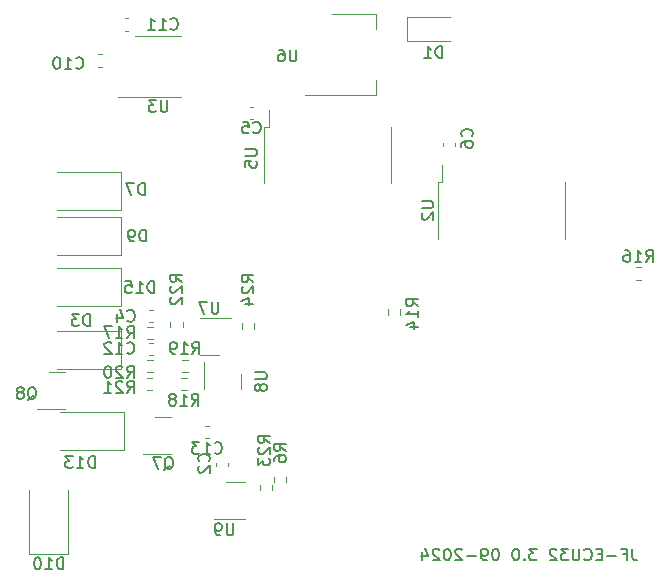
<source format=gbr>
%TF.GenerationSoftware,KiCad,Pcbnew,7.0.11-rc3*%
%TF.CreationDate,2024-12-28T02:26:29+01:00*%
%TF.ProjectId,jf-ecu32.7,6a662d65-6375-4333-922e-372e6b696361,rev?*%
%TF.SameCoordinates,Original*%
%TF.FileFunction,Legend,Bot*%
%TF.FilePolarity,Positive*%
%FSLAX46Y46*%
G04 Gerber Fmt 4.6, Leading zero omitted, Abs format (unit mm)*
G04 Created by KiCad (PCBNEW 7.0.11-rc3) date 2024-12-28 02:26:29*
%MOMM*%
%LPD*%
G01*
G04 APERTURE LIST*
%ADD10C,0.150000*%
%ADD11C,0.120000*%
G04 APERTURE END LIST*
D10*
X77201904Y-196004819D02*
X77201904Y-196719104D01*
X77201904Y-196719104D02*
X77249523Y-196861961D01*
X77249523Y-196861961D02*
X77344761Y-196957200D01*
X77344761Y-196957200D02*
X77487618Y-197004819D01*
X77487618Y-197004819D02*
X77582856Y-197004819D01*
X76392380Y-196481009D02*
X76725713Y-196481009D01*
X76725713Y-197004819D02*
X76725713Y-196004819D01*
X76725713Y-196004819D02*
X76249523Y-196004819D01*
X75868570Y-196623866D02*
X75106666Y-196623866D01*
X74630475Y-196481009D02*
X74297142Y-196481009D01*
X74154285Y-197004819D02*
X74630475Y-197004819D01*
X74630475Y-197004819D02*
X74630475Y-196004819D01*
X74630475Y-196004819D02*
X74154285Y-196004819D01*
X73154285Y-196909580D02*
X73201904Y-196957200D01*
X73201904Y-196957200D02*
X73344761Y-197004819D01*
X73344761Y-197004819D02*
X73439999Y-197004819D01*
X73439999Y-197004819D02*
X73582856Y-196957200D01*
X73582856Y-196957200D02*
X73678094Y-196861961D01*
X73678094Y-196861961D02*
X73725713Y-196766723D01*
X73725713Y-196766723D02*
X73773332Y-196576247D01*
X73773332Y-196576247D02*
X73773332Y-196433390D01*
X73773332Y-196433390D02*
X73725713Y-196242914D01*
X73725713Y-196242914D02*
X73678094Y-196147676D01*
X73678094Y-196147676D02*
X73582856Y-196052438D01*
X73582856Y-196052438D02*
X73439999Y-196004819D01*
X73439999Y-196004819D02*
X73344761Y-196004819D01*
X73344761Y-196004819D02*
X73201904Y-196052438D01*
X73201904Y-196052438D02*
X73154285Y-196100057D01*
X72725713Y-196004819D02*
X72725713Y-196814342D01*
X72725713Y-196814342D02*
X72678094Y-196909580D01*
X72678094Y-196909580D02*
X72630475Y-196957200D01*
X72630475Y-196957200D02*
X72535237Y-197004819D01*
X72535237Y-197004819D02*
X72344761Y-197004819D01*
X72344761Y-197004819D02*
X72249523Y-196957200D01*
X72249523Y-196957200D02*
X72201904Y-196909580D01*
X72201904Y-196909580D02*
X72154285Y-196814342D01*
X72154285Y-196814342D02*
X72154285Y-196004819D01*
X71773332Y-196004819D02*
X71154285Y-196004819D01*
X71154285Y-196004819D02*
X71487618Y-196385771D01*
X71487618Y-196385771D02*
X71344761Y-196385771D01*
X71344761Y-196385771D02*
X71249523Y-196433390D01*
X71249523Y-196433390D02*
X71201904Y-196481009D01*
X71201904Y-196481009D02*
X71154285Y-196576247D01*
X71154285Y-196576247D02*
X71154285Y-196814342D01*
X71154285Y-196814342D02*
X71201904Y-196909580D01*
X71201904Y-196909580D02*
X71249523Y-196957200D01*
X71249523Y-196957200D02*
X71344761Y-197004819D01*
X71344761Y-197004819D02*
X71630475Y-197004819D01*
X71630475Y-197004819D02*
X71725713Y-196957200D01*
X71725713Y-196957200D02*
X71773332Y-196909580D01*
X70773332Y-196100057D02*
X70725713Y-196052438D01*
X70725713Y-196052438D02*
X70630475Y-196004819D01*
X70630475Y-196004819D02*
X70392380Y-196004819D01*
X70392380Y-196004819D02*
X70297142Y-196052438D01*
X70297142Y-196052438D02*
X70249523Y-196100057D01*
X70249523Y-196100057D02*
X70201904Y-196195295D01*
X70201904Y-196195295D02*
X70201904Y-196290533D01*
X70201904Y-196290533D02*
X70249523Y-196433390D01*
X70249523Y-196433390D02*
X70820951Y-197004819D01*
X70820951Y-197004819D02*
X70201904Y-197004819D01*
X69106665Y-196004819D02*
X68487618Y-196004819D01*
X68487618Y-196004819D02*
X68820951Y-196385771D01*
X68820951Y-196385771D02*
X68678094Y-196385771D01*
X68678094Y-196385771D02*
X68582856Y-196433390D01*
X68582856Y-196433390D02*
X68535237Y-196481009D01*
X68535237Y-196481009D02*
X68487618Y-196576247D01*
X68487618Y-196576247D02*
X68487618Y-196814342D01*
X68487618Y-196814342D02*
X68535237Y-196909580D01*
X68535237Y-196909580D02*
X68582856Y-196957200D01*
X68582856Y-196957200D02*
X68678094Y-197004819D01*
X68678094Y-197004819D02*
X68963808Y-197004819D01*
X68963808Y-197004819D02*
X69059046Y-196957200D01*
X69059046Y-196957200D02*
X69106665Y-196909580D01*
X68059046Y-196909580D02*
X68011427Y-196957200D01*
X68011427Y-196957200D02*
X68059046Y-197004819D01*
X68059046Y-197004819D02*
X68106665Y-196957200D01*
X68106665Y-196957200D02*
X68059046Y-196909580D01*
X68059046Y-196909580D02*
X68059046Y-197004819D01*
X67392380Y-196004819D02*
X67297142Y-196004819D01*
X67297142Y-196004819D02*
X67201904Y-196052438D01*
X67201904Y-196052438D02*
X67154285Y-196100057D01*
X67154285Y-196100057D02*
X67106666Y-196195295D01*
X67106666Y-196195295D02*
X67059047Y-196385771D01*
X67059047Y-196385771D02*
X67059047Y-196623866D01*
X67059047Y-196623866D02*
X67106666Y-196814342D01*
X67106666Y-196814342D02*
X67154285Y-196909580D01*
X67154285Y-196909580D02*
X67201904Y-196957200D01*
X67201904Y-196957200D02*
X67297142Y-197004819D01*
X67297142Y-197004819D02*
X67392380Y-197004819D01*
X67392380Y-197004819D02*
X67487618Y-196957200D01*
X67487618Y-196957200D02*
X67535237Y-196909580D01*
X67535237Y-196909580D02*
X67582856Y-196814342D01*
X67582856Y-196814342D02*
X67630475Y-196623866D01*
X67630475Y-196623866D02*
X67630475Y-196385771D01*
X67630475Y-196385771D02*
X67582856Y-196195295D01*
X67582856Y-196195295D02*
X67535237Y-196100057D01*
X67535237Y-196100057D02*
X67487618Y-196052438D01*
X67487618Y-196052438D02*
X67392380Y-196004819D01*
X65678094Y-196004819D02*
X65582856Y-196004819D01*
X65582856Y-196004819D02*
X65487618Y-196052438D01*
X65487618Y-196052438D02*
X65439999Y-196100057D01*
X65439999Y-196100057D02*
X65392380Y-196195295D01*
X65392380Y-196195295D02*
X65344761Y-196385771D01*
X65344761Y-196385771D02*
X65344761Y-196623866D01*
X65344761Y-196623866D02*
X65392380Y-196814342D01*
X65392380Y-196814342D02*
X65439999Y-196909580D01*
X65439999Y-196909580D02*
X65487618Y-196957200D01*
X65487618Y-196957200D02*
X65582856Y-197004819D01*
X65582856Y-197004819D02*
X65678094Y-197004819D01*
X65678094Y-197004819D02*
X65773332Y-196957200D01*
X65773332Y-196957200D02*
X65820951Y-196909580D01*
X65820951Y-196909580D02*
X65868570Y-196814342D01*
X65868570Y-196814342D02*
X65916189Y-196623866D01*
X65916189Y-196623866D02*
X65916189Y-196385771D01*
X65916189Y-196385771D02*
X65868570Y-196195295D01*
X65868570Y-196195295D02*
X65820951Y-196100057D01*
X65820951Y-196100057D02*
X65773332Y-196052438D01*
X65773332Y-196052438D02*
X65678094Y-196004819D01*
X64868570Y-197004819D02*
X64678094Y-197004819D01*
X64678094Y-197004819D02*
X64582856Y-196957200D01*
X64582856Y-196957200D02*
X64535237Y-196909580D01*
X64535237Y-196909580D02*
X64439999Y-196766723D01*
X64439999Y-196766723D02*
X64392380Y-196576247D01*
X64392380Y-196576247D02*
X64392380Y-196195295D01*
X64392380Y-196195295D02*
X64439999Y-196100057D01*
X64439999Y-196100057D02*
X64487618Y-196052438D01*
X64487618Y-196052438D02*
X64582856Y-196004819D01*
X64582856Y-196004819D02*
X64773332Y-196004819D01*
X64773332Y-196004819D02*
X64868570Y-196052438D01*
X64868570Y-196052438D02*
X64916189Y-196100057D01*
X64916189Y-196100057D02*
X64963808Y-196195295D01*
X64963808Y-196195295D02*
X64963808Y-196433390D01*
X64963808Y-196433390D02*
X64916189Y-196528628D01*
X64916189Y-196528628D02*
X64868570Y-196576247D01*
X64868570Y-196576247D02*
X64773332Y-196623866D01*
X64773332Y-196623866D02*
X64582856Y-196623866D01*
X64582856Y-196623866D02*
X64487618Y-196576247D01*
X64487618Y-196576247D02*
X64439999Y-196528628D01*
X64439999Y-196528628D02*
X64392380Y-196433390D01*
X63963808Y-196623866D02*
X63201904Y-196623866D01*
X62773332Y-196100057D02*
X62725713Y-196052438D01*
X62725713Y-196052438D02*
X62630475Y-196004819D01*
X62630475Y-196004819D02*
X62392380Y-196004819D01*
X62392380Y-196004819D02*
X62297142Y-196052438D01*
X62297142Y-196052438D02*
X62249523Y-196100057D01*
X62249523Y-196100057D02*
X62201904Y-196195295D01*
X62201904Y-196195295D02*
X62201904Y-196290533D01*
X62201904Y-196290533D02*
X62249523Y-196433390D01*
X62249523Y-196433390D02*
X62820951Y-197004819D01*
X62820951Y-197004819D02*
X62201904Y-197004819D01*
X61582856Y-196004819D02*
X61487618Y-196004819D01*
X61487618Y-196004819D02*
X61392380Y-196052438D01*
X61392380Y-196052438D02*
X61344761Y-196100057D01*
X61344761Y-196100057D02*
X61297142Y-196195295D01*
X61297142Y-196195295D02*
X61249523Y-196385771D01*
X61249523Y-196385771D02*
X61249523Y-196623866D01*
X61249523Y-196623866D02*
X61297142Y-196814342D01*
X61297142Y-196814342D02*
X61344761Y-196909580D01*
X61344761Y-196909580D02*
X61392380Y-196957200D01*
X61392380Y-196957200D02*
X61487618Y-197004819D01*
X61487618Y-197004819D02*
X61582856Y-197004819D01*
X61582856Y-197004819D02*
X61678094Y-196957200D01*
X61678094Y-196957200D02*
X61725713Y-196909580D01*
X61725713Y-196909580D02*
X61773332Y-196814342D01*
X61773332Y-196814342D02*
X61820951Y-196623866D01*
X61820951Y-196623866D02*
X61820951Y-196385771D01*
X61820951Y-196385771D02*
X61773332Y-196195295D01*
X61773332Y-196195295D02*
X61725713Y-196100057D01*
X61725713Y-196100057D02*
X61678094Y-196052438D01*
X61678094Y-196052438D02*
X61582856Y-196004819D01*
X60868570Y-196100057D02*
X60820951Y-196052438D01*
X60820951Y-196052438D02*
X60725713Y-196004819D01*
X60725713Y-196004819D02*
X60487618Y-196004819D01*
X60487618Y-196004819D02*
X60392380Y-196052438D01*
X60392380Y-196052438D02*
X60344761Y-196100057D01*
X60344761Y-196100057D02*
X60297142Y-196195295D01*
X60297142Y-196195295D02*
X60297142Y-196290533D01*
X60297142Y-196290533D02*
X60344761Y-196433390D01*
X60344761Y-196433390D02*
X60916189Y-197004819D01*
X60916189Y-197004819D02*
X60297142Y-197004819D01*
X59439999Y-196338152D02*
X59439999Y-197004819D01*
X59678094Y-195957200D02*
X59916189Y-196671485D01*
X59916189Y-196671485D02*
X59297142Y-196671485D01*
X46524819Y-187057142D02*
X46048628Y-186723809D01*
X46524819Y-186485714D02*
X45524819Y-186485714D01*
X45524819Y-186485714D02*
X45524819Y-186866666D01*
X45524819Y-186866666D02*
X45572438Y-186961904D01*
X45572438Y-186961904D02*
X45620057Y-187009523D01*
X45620057Y-187009523D02*
X45715295Y-187057142D01*
X45715295Y-187057142D02*
X45858152Y-187057142D01*
X45858152Y-187057142D02*
X45953390Y-187009523D01*
X45953390Y-187009523D02*
X46001009Y-186961904D01*
X46001009Y-186961904D02*
X46048628Y-186866666D01*
X46048628Y-186866666D02*
X46048628Y-186485714D01*
X45620057Y-187438095D02*
X45572438Y-187485714D01*
X45572438Y-187485714D02*
X45524819Y-187580952D01*
X45524819Y-187580952D02*
X45524819Y-187819047D01*
X45524819Y-187819047D02*
X45572438Y-187914285D01*
X45572438Y-187914285D02*
X45620057Y-187961904D01*
X45620057Y-187961904D02*
X45715295Y-188009523D01*
X45715295Y-188009523D02*
X45810533Y-188009523D01*
X45810533Y-188009523D02*
X45953390Y-187961904D01*
X45953390Y-187961904D02*
X46524819Y-187390476D01*
X46524819Y-187390476D02*
X46524819Y-188009523D01*
X45524819Y-188342857D02*
X45524819Y-188961904D01*
X45524819Y-188961904D02*
X45905771Y-188628571D01*
X45905771Y-188628571D02*
X45905771Y-188771428D01*
X45905771Y-188771428D02*
X45953390Y-188866666D01*
X45953390Y-188866666D02*
X46001009Y-188914285D01*
X46001009Y-188914285D02*
X46096247Y-188961904D01*
X46096247Y-188961904D02*
X46334342Y-188961904D01*
X46334342Y-188961904D02*
X46429580Y-188914285D01*
X46429580Y-188914285D02*
X46477200Y-188866666D01*
X46477200Y-188866666D02*
X46524819Y-188771428D01*
X46524819Y-188771428D02*
X46524819Y-188485714D01*
X46524819Y-188485714D02*
X46477200Y-188390476D01*
X46477200Y-188390476D02*
X46429580Y-188342857D01*
X36044094Y-169999819D02*
X36044094Y-168999819D01*
X36044094Y-168999819D02*
X35805999Y-168999819D01*
X35805999Y-168999819D02*
X35663142Y-169047438D01*
X35663142Y-169047438D02*
X35567904Y-169142676D01*
X35567904Y-169142676D02*
X35520285Y-169237914D01*
X35520285Y-169237914D02*
X35472666Y-169428390D01*
X35472666Y-169428390D02*
X35472666Y-169571247D01*
X35472666Y-169571247D02*
X35520285Y-169761723D01*
X35520285Y-169761723D02*
X35567904Y-169856961D01*
X35567904Y-169856961D02*
X35663142Y-169952200D01*
X35663142Y-169952200D02*
X35805999Y-169999819D01*
X35805999Y-169999819D02*
X36044094Y-169999819D01*
X34996475Y-169999819D02*
X34805999Y-169999819D01*
X34805999Y-169999819D02*
X34710761Y-169952200D01*
X34710761Y-169952200D02*
X34663142Y-169904580D01*
X34663142Y-169904580D02*
X34567904Y-169761723D01*
X34567904Y-169761723D02*
X34520285Y-169571247D01*
X34520285Y-169571247D02*
X34520285Y-169190295D01*
X34520285Y-169190295D02*
X34567904Y-169095057D01*
X34567904Y-169095057D02*
X34615523Y-169047438D01*
X34615523Y-169047438D02*
X34710761Y-168999819D01*
X34710761Y-168999819D02*
X34901237Y-168999819D01*
X34901237Y-168999819D02*
X34996475Y-169047438D01*
X34996475Y-169047438D02*
X35044094Y-169095057D01*
X35044094Y-169095057D02*
X35091713Y-169190295D01*
X35091713Y-169190295D02*
X35091713Y-169428390D01*
X35091713Y-169428390D02*
X35044094Y-169523628D01*
X35044094Y-169523628D02*
X34996475Y-169571247D01*
X34996475Y-169571247D02*
X34901237Y-169618866D01*
X34901237Y-169618866D02*
X34710761Y-169618866D01*
X34710761Y-169618866D02*
X34615523Y-169571247D01*
X34615523Y-169571247D02*
X34567904Y-169523628D01*
X34567904Y-169523628D02*
X34520285Y-169428390D01*
X61116094Y-154473819D02*
X61116094Y-153473819D01*
X61116094Y-153473819D02*
X60877999Y-153473819D01*
X60877999Y-153473819D02*
X60735142Y-153521438D01*
X60735142Y-153521438D02*
X60639904Y-153616676D01*
X60639904Y-153616676D02*
X60592285Y-153711914D01*
X60592285Y-153711914D02*
X60544666Y-153902390D01*
X60544666Y-153902390D02*
X60544666Y-154045247D01*
X60544666Y-154045247D02*
X60592285Y-154235723D01*
X60592285Y-154235723D02*
X60639904Y-154330961D01*
X60639904Y-154330961D02*
X60735142Y-154426200D01*
X60735142Y-154426200D02*
X60877999Y-154473819D01*
X60877999Y-154473819D02*
X61116094Y-154473819D01*
X59592285Y-154473819D02*
X60163713Y-154473819D01*
X59877999Y-154473819D02*
X59877999Y-153473819D01*
X59877999Y-153473819D02*
X59973237Y-153616676D01*
X59973237Y-153616676D02*
X60068475Y-153711914D01*
X60068475Y-153711914D02*
X60163713Y-153759533D01*
X42169404Y-175108819D02*
X42169404Y-175918342D01*
X42169404Y-175918342D02*
X42121785Y-176013580D01*
X42121785Y-176013580D02*
X42074166Y-176061200D01*
X42074166Y-176061200D02*
X41978928Y-176108819D01*
X41978928Y-176108819D02*
X41788452Y-176108819D01*
X41788452Y-176108819D02*
X41693214Y-176061200D01*
X41693214Y-176061200D02*
X41645595Y-176013580D01*
X41645595Y-176013580D02*
X41597976Y-175918342D01*
X41597976Y-175918342D02*
X41597976Y-175108819D01*
X41217023Y-175108819D02*
X40550357Y-175108819D01*
X40550357Y-175108819D02*
X40978928Y-176108819D01*
X45251819Y-181089595D02*
X46061342Y-181089595D01*
X46061342Y-181089595D02*
X46156580Y-181137214D01*
X46156580Y-181137214D02*
X46204200Y-181184833D01*
X46204200Y-181184833D02*
X46251819Y-181280071D01*
X46251819Y-181280071D02*
X46251819Y-181470547D01*
X46251819Y-181470547D02*
X46204200Y-181565785D01*
X46204200Y-181565785D02*
X46156580Y-181613404D01*
X46156580Y-181613404D02*
X46061342Y-181661023D01*
X46061342Y-181661023D02*
X45251819Y-181661023D01*
X45680390Y-182280071D02*
X45632771Y-182184833D01*
X45632771Y-182184833D02*
X45585152Y-182137214D01*
X45585152Y-182137214D02*
X45489914Y-182089595D01*
X45489914Y-182089595D02*
X45442295Y-182089595D01*
X45442295Y-182089595D02*
X45347057Y-182137214D01*
X45347057Y-182137214D02*
X45299438Y-182184833D01*
X45299438Y-182184833D02*
X45251819Y-182280071D01*
X45251819Y-182280071D02*
X45251819Y-182470547D01*
X45251819Y-182470547D02*
X45299438Y-182565785D01*
X45299438Y-182565785D02*
X45347057Y-182613404D01*
X45347057Y-182613404D02*
X45442295Y-182661023D01*
X45442295Y-182661023D02*
X45489914Y-182661023D01*
X45489914Y-182661023D02*
X45585152Y-182613404D01*
X45585152Y-182613404D02*
X45632771Y-182565785D01*
X45632771Y-182565785D02*
X45680390Y-182470547D01*
X45680390Y-182470547D02*
X45680390Y-182280071D01*
X45680390Y-182280071D02*
X45728009Y-182184833D01*
X45728009Y-182184833D02*
X45775628Y-182137214D01*
X45775628Y-182137214D02*
X45870866Y-182089595D01*
X45870866Y-182089595D02*
X46061342Y-182089595D01*
X46061342Y-182089595D02*
X46156580Y-182137214D01*
X46156580Y-182137214D02*
X46204200Y-182184833D01*
X46204200Y-182184833D02*
X46251819Y-182280071D01*
X46251819Y-182280071D02*
X46251819Y-182470547D01*
X46251819Y-182470547D02*
X46204200Y-182565785D01*
X46204200Y-182565785D02*
X46156580Y-182613404D01*
X46156580Y-182613404D02*
X46061342Y-182661023D01*
X46061342Y-182661023D02*
X45870866Y-182661023D01*
X45870866Y-182661023D02*
X45775628Y-182613404D01*
X45775628Y-182613404D02*
X45728009Y-182565785D01*
X45728009Y-182565785D02*
X45680390Y-182470547D01*
X37845904Y-158048819D02*
X37845904Y-158858342D01*
X37845904Y-158858342D02*
X37798285Y-158953580D01*
X37798285Y-158953580D02*
X37750666Y-159001200D01*
X37750666Y-159001200D02*
X37655428Y-159048819D01*
X37655428Y-159048819D02*
X37464952Y-159048819D01*
X37464952Y-159048819D02*
X37369714Y-159001200D01*
X37369714Y-159001200D02*
X37322095Y-158953580D01*
X37322095Y-158953580D02*
X37274476Y-158858342D01*
X37274476Y-158858342D02*
X37274476Y-158048819D01*
X36893523Y-158048819D02*
X36274476Y-158048819D01*
X36274476Y-158048819D02*
X36607809Y-158429771D01*
X36607809Y-158429771D02*
X36464952Y-158429771D01*
X36464952Y-158429771D02*
X36369714Y-158477390D01*
X36369714Y-158477390D02*
X36322095Y-158525009D01*
X36322095Y-158525009D02*
X36274476Y-158620247D01*
X36274476Y-158620247D02*
X36274476Y-158858342D01*
X36274476Y-158858342D02*
X36322095Y-158953580D01*
X36322095Y-158953580D02*
X36369714Y-159001200D01*
X36369714Y-159001200D02*
X36464952Y-159048819D01*
X36464952Y-159048819D02*
X36750666Y-159048819D01*
X36750666Y-159048819D02*
X36845904Y-159001200D01*
X36845904Y-159001200D02*
X36893523Y-158953580D01*
X41349580Y-188628333D02*
X41397200Y-188580714D01*
X41397200Y-188580714D02*
X41444819Y-188437857D01*
X41444819Y-188437857D02*
X41444819Y-188342619D01*
X41444819Y-188342619D02*
X41397200Y-188199762D01*
X41397200Y-188199762D02*
X41301961Y-188104524D01*
X41301961Y-188104524D02*
X41206723Y-188056905D01*
X41206723Y-188056905D02*
X41016247Y-188009286D01*
X41016247Y-188009286D02*
X40873390Y-188009286D01*
X40873390Y-188009286D02*
X40682914Y-188056905D01*
X40682914Y-188056905D02*
X40587676Y-188104524D01*
X40587676Y-188104524D02*
X40492438Y-188199762D01*
X40492438Y-188199762D02*
X40444819Y-188342619D01*
X40444819Y-188342619D02*
X40444819Y-188437857D01*
X40444819Y-188437857D02*
X40492438Y-188580714D01*
X40492438Y-188580714D02*
X40540057Y-188628333D01*
X40540057Y-189009286D02*
X40492438Y-189056905D01*
X40492438Y-189056905D02*
X40444819Y-189152143D01*
X40444819Y-189152143D02*
X40444819Y-189390238D01*
X40444819Y-189390238D02*
X40492438Y-189485476D01*
X40492438Y-189485476D02*
X40540057Y-189533095D01*
X40540057Y-189533095D02*
X40635295Y-189580714D01*
X40635295Y-189580714D02*
X40730533Y-189580714D01*
X40730533Y-189580714D02*
X40873390Y-189533095D01*
X40873390Y-189533095D02*
X41444819Y-188961667D01*
X41444819Y-188961667D02*
X41444819Y-189580714D01*
X29034285Y-197754819D02*
X29034285Y-196754819D01*
X29034285Y-196754819D02*
X28796190Y-196754819D01*
X28796190Y-196754819D02*
X28653333Y-196802438D01*
X28653333Y-196802438D02*
X28558095Y-196897676D01*
X28558095Y-196897676D02*
X28510476Y-196992914D01*
X28510476Y-196992914D02*
X28462857Y-197183390D01*
X28462857Y-197183390D02*
X28462857Y-197326247D01*
X28462857Y-197326247D02*
X28510476Y-197516723D01*
X28510476Y-197516723D02*
X28558095Y-197611961D01*
X28558095Y-197611961D02*
X28653333Y-197707200D01*
X28653333Y-197707200D02*
X28796190Y-197754819D01*
X28796190Y-197754819D02*
X29034285Y-197754819D01*
X27510476Y-197754819D02*
X28081904Y-197754819D01*
X27796190Y-197754819D02*
X27796190Y-196754819D01*
X27796190Y-196754819D02*
X27891428Y-196897676D01*
X27891428Y-196897676D02*
X27986666Y-196992914D01*
X27986666Y-196992914D02*
X28081904Y-197040533D01*
X26891428Y-196754819D02*
X26796190Y-196754819D01*
X26796190Y-196754819D02*
X26700952Y-196802438D01*
X26700952Y-196802438D02*
X26653333Y-196850057D01*
X26653333Y-196850057D02*
X26605714Y-196945295D01*
X26605714Y-196945295D02*
X26558095Y-197135771D01*
X26558095Y-197135771D02*
X26558095Y-197373866D01*
X26558095Y-197373866D02*
X26605714Y-197564342D01*
X26605714Y-197564342D02*
X26653333Y-197659580D01*
X26653333Y-197659580D02*
X26700952Y-197707200D01*
X26700952Y-197707200D02*
X26796190Y-197754819D01*
X26796190Y-197754819D02*
X26891428Y-197754819D01*
X26891428Y-197754819D02*
X26986666Y-197707200D01*
X26986666Y-197707200D02*
X27034285Y-197659580D01*
X27034285Y-197659580D02*
X27081904Y-197564342D01*
X27081904Y-197564342D02*
X27129523Y-197373866D01*
X27129523Y-197373866D02*
X27129523Y-197135771D01*
X27129523Y-197135771D02*
X27081904Y-196945295D01*
X27081904Y-196945295D02*
X27034285Y-196850057D01*
X27034285Y-196850057D02*
X26986666Y-196802438D01*
X26986666Y-196802438D02*
X26891428Y-196754819D01*
X45111666Y-160760580D02*
X45159285Y-160808200D01*
X45159285Y-160808200D02*
X45302142Y-160855819D01*
X45302142Y-160855819D02*
X45397380Y-160855819D01*
X45397380Y-160855819D02*
X45540237Y-160808200D01*
X45540237Y-160808200D02*
X45635475Y-160712961D01*
X45635475Y-160712961D02*
X45683094Y-160617723D01*
X45683094Y-160617723D02*
X45730713Y-160427247D01*
X45730713Y-160427247D02*
X45730713Y-160284390D01*
X45730713Y-160284390D02*
X45683094Y-160093914D01*
X45683094Y-160093914D02*
X45635475Y-159998676D01*
X45635475Y-159998676D02*
X45540237Y-159903438D01*
X45540237Y-159903438D02*
X45397380Y-159855819D01*
X45397380Y-159855819D02*
X45302142Y-159855819D01*
X45302142Y-159855819D02*
X45159285Y-159903438D01*
X45159285Y-159903438D02*
X45111666Y-159951057D01*
X44206904Y-159855819D02*
X44683094Y-159855819D01*
X44683094Y-159855819D02*
X44730713Y-160332009D01*
X44730713Y-160332009D02*
X44683094Y-160284390D01*
X44683094Y-160284390D02*
X44587856Y-160236771D01*
X44587856Y-160236771D02*
X44349761Y-160236771D01*
X44349761Y-160236771D02*
X44254523Y-160284390D01*
X44254523Y-160284390D02*
X44206904Y-160332009D01*
X44206904Y-160332009D02*
X44159285Y-160427247D01*
X44159285Y-160427247D02*
X44159285Y-160665342D01*
X44159285Y-160665342D02*
X44206904Y-160760580D01*
X44206904Y-160760580D02*
X44254523Y-160808200D01*
X44254523Y-160808200D02*
X44349761Y-160855819D01*
X44349761Y-160855819D02*
X44587856Y-160855819D01*
X44587856Y-160855819D02*
X44683094Y-160808200D01*
X44683094Y-160808200D02*
X44730713Y-160760580D01*
X78366857Y-171744819D02*
X78700190Y-171268628D01*
X78938285Y-171744819D02*
X78938285Y-170744819D01*
X78938285Y-170744819D02*
X78557333Y-170744819D01*
X78557333Y-170744819D02*
X78462095Y-170792438D01*
X78462095Y-170792438D02*
X78414476Y-170840057D01*
X78414476Y-170840057D02*
X78366857Y-170935295D01*
X78366857Y-170935295D02*
X78366857Y-171078152D01*
X78366857Y-171078152D02*
X78414476Y-171173390D01*
X78414476Y-171173390D02*
X78462095Y-171221009D01*
X78462095Y-171221009D02*
X78557333Y-171268628D01*
X78557333Y-171268628D02*
X78938285Y-171268628D01*
X77414476Y-171744819D02*
X77985904Y-171744819D01*
X77700190Y-171744819D02*
X77700190Y-170744819D01*
X77700190Y-170744819D02*
X77795428Y-170887676D01*
X77795428Y-170887676D02*
X77890666Y-170982914D01*
X77890666Y-170982914D02*
X77985904Y-171030533D01*
X76557333Y-170744819D02*
X76747809Y-170744819D01*
X76747809Y-170744819D02*
X76843047Y-170792438D01*
X76843047Y-170792438D02*
X76890666Y-170840057D01*
X76890666Y-170840057D02*
X76985904Y-170982914D01*
X76985904Y-170982914D02*
X77033523Y-171173390D01*
X77033523Y-171173390D02*
X77033523Y-171554342D01*
X77033523Y-171554342D02*
X76985904Y-171649580D01*
X76985904Y-171649580D02*
X76938285Y-171697200D01*
X76938285Y-171697200D02*
X76843047Y-171744819D01*
X76843047Y-171744819D02*
X76652571Y-171744819D01*
X76652571Y-171744819D02*
X76557333Y-171697200D01*
X76557333Y-171697200D02*
X76509714Y-171649580D01*
X76509714Y-171649580D02*
X76462095Y-171554342D01*
X76462095Y-171554342D02*
X76462095Y-171316247D01*
X76462095Y-171316247D02*
X76509714Y-171221009D01*
X76509714Y-171221009D02*
X76557333Y-171173390D01*
X76557333Y-171173390D02*
X76652571Y-171125771D01*
X76652571Y-171125771D02*
X76843047Y-171125771D01*
X76843047Y-171125771D02*
X76938285Y-171173390D01*
X76938285Y-171173390D02*
X76985904Y-171221009D01*
X76985904Y-171221009D02*
X77033523Y-171316247D01*
X37577738Y-189360057D02*
X37672976Y-189312438D01*
X37672976Y-189312438D02*
X37768214Y-189217200D01*
X37768214Y-189217200D02*
X37911071Y-189074342D01*
X37911071Y-189074342D02*
X38006309Y-189026723D01*
X38006309Y-189026723D02*
X38101547Y-189026723D01*
X38053928Y-189264819D02*
X38149166Y-189217200D01*
X38149166Y-189217200D02*
X38244404Y-189121961D01*
X38244404Y-189121961D02*
X38292023Y-188931485D01*
X38292023Y-188931485D02*
X38292023Y-188598152D01*
X38292023Y-188598152D02*
X38244404Y-188407676D01*
X38244404Y-188407676D02*
X38149166Y-188312438D01*
X38149166Y-188312438D02*
X38053928Y-188264819D01*
X38053928Y-188264819D02*
X37863452Y-188264819D01*
X37863452Y-188264819D02*
X37768214Y-188312438D01*
X37768214Y-188312438D02*
X37672976Y-188407676D01*
X37672976Y-188407676D02*
X37625357Y-188598152D01*
X37625357Y-188598152D02*
X37625357Y-188931485D01*
X37625357Y-188931485D02*
X37672976Y-189121961D01*
X37672976Y-189121961D02*
X37768214Y-189217200D01*
X37768214Y-189217200D02*
X37863452Y-189264819D01*
X37863452Y-189264819D02*
X38053928Y-189264819D01*
X37292023Y-188264819D02*
X36625357Y-188264819D01*
X36625357Y-188264819D02*
X37053928Y-189264819D01*
X63605580Y-161110333D02*
X63653200Y-161062714D01*
X63653200Y-161062714D02*
X63700819Y-160919857D01*
X63700819Y-160919857D02*
X63700819Y-160824619D01*
X63700819Y-160824619D02*
X63653200Y-160681762D01*
X63653200Y-160681762D02*
X63557961Y-160586524D01*
X63557961Y-160586524D02*
X63462723Y-160538905D01*
X63462723Y-160538905D02*
X63272247Y-160491286D01*
X63272247Y-160491286D02*
X63129390Y-160491286D01*
X63129390Y-160491286D02*
X62938914Y-160538905D01*
X62938914Y-160538905D02*
X62843676Y-160586524D01*
X62843676Y-160586524D02*
X62748438Y-160681762D01*
X62748438Y-160681762D02*
X62700819Y-160824619D01*
X62700819Y-160824619D02*
X62700819Y-160919857D01*
X62700819Y-160919857D02*
X62748438Y-161062714D01*
X62748438Y-161062714D02*
X62796057Y-161110333D01*
X62700819Y-161967476D02*
X62700819Y-161777000D01*
X62700819Y-161777000D02*
X62748438Y-161681762D01*
X62748438Y-161681762D02*
X62796057Y-161634143D01*
X62796057Y-161634143D02*
X62938914Y-161538905D01*
X62938914Y-161538905D02*
X63129390Y-161491286D01*
X63129390Y-161491286D02*
X63510342Y-161491286D01*
X63510342Y-161491286D02*
X63605580Y-161538905D01*
X63605580Y-161538905D02*
X63653200Y-161586524D01*
X63653200Y-161586524D02*
X63700819Y-161681762D01*
X63700819Y-161681762D02*
X63700819Y-161872238D01*
X63700819Y-161872238D02*
X63653200Y-161967476D01*
X63653200Y-161967476D02*
X63605580Y-162015095D01*
X63605580Y-162015095D02*
X63510342Y-162062714D01*
X63510342Y-162062714D02*
X63272247Y-162062714D01*
X63272247Y-162062714D02*
X63177009Y-162015095D01*
X63177009Y-162015095D02*
X63129390Y-161967476D01*
X63129390Y-161967476D02*
X63081771Y-161872238D01*
X63081771Y-161872238D02*
X63081771Y-161681762D01*
X63081771Y-161681762D02*
X63129390Y-161586524D01*
X63129390Y-161586524D02*
X63177009Y-161538905D01*
X63177009Y-161538905D02*
X63272247Y-161491286D01*
X30106857Y-155299580D02*
X30154476Y-155347200D01*
X30154476Y-155347200D02*
X30297333Y-155394819D01*
X30297333Y-155394819D02*
X30392571Y-155394819D01*
X30392571Y-155394819D02*
X30535428Y-155347200D01*
X30535428Y-155347200D02*
X30630666Y-155251961D01*
X30630666Y-155251961D02*
X30678285Y-155156723D01*
X30678285Y-155156723D02*
X30725904Y-154966247D01*
X30725904Y-154966247D02*
X30725904Y-154823390D01*
X30725904Y-154823390D02*
X30678285Y-154632914D01*
X30678285Y-154632914D02*
X30630666Y-154537676D01*
X30630666Y-154537676D02*
X30535428Y-154442438D01*
X30535428Y-154442438D02*
X30392571Y-154394819D01*
X30392571Y-154394819D02*
X30297333Y-154394819D01*
X30297333Y-154394819D02*
X30154476Y-154442438D01*
X30154476Y-154442438D02*
X30106857Y-154490057D01*
X29154476Y-155394819D02*
X29725904Y-155394819D01*
X29440190Y-155394819D02*
X29440190Y-154394819D01*
X29440190Y-154394819D02*
X29535428Y-154537676D01*
X29535428Y-154537676D02*
X29630666Y-154632914D01*
X29630666Y-154632914D02*
X29725904Y-154680533D01*
X28535428Y-154394819D02*
X28440190Y-154394819D01*
X28440190Y-154394819D02*
X28344952Y-154442438D01*
X28344952Y-154442438D02*
X28297333Y-154490057D01*
X28297333Y-154490057D02*
X28249714Y-154585295D01*
X28249714Y-154585295D02*
X28202095Y-154775771D01*
X28202095Y-154775771D02*
X28202095Y-155013866D01*
X28202095Y-155013866D02*
X28249714Y-155204342D01*
X28249714Y-155204342D02*
X28297333Y-155299580D01*
X28297333Y-155299580D02*
X28344952Y-155347200D01*
X28344952Y-155347200D02*
X28440190Y-155394819D01*
X28440190Y-155394819D02*
X28535428Y-155394819D01*
X28535428Y-155394819D02*
X28630666Y-155347200D01*
X28630666Y-155347200D02*
X28678285Y-155299580D01*
X28678285Y-155299580D02*
X28725904Y-155204342D01*
X28725904Y-155204342D02*
X28773523Y-155013866D01*
X28773523Y-155013866D02*
X28773523Y-154775771D01*
X28773523Y-154775771D02*
X28725904Y-154585295D01*
X28725904Y-154585295D02*
X28678285Y-154490057D01*
X28678285Y-154490057D02*
X28630666Y-154442438D01*
X28630666Y-154442438D02*
X28535428Y-154394819D01*
X34456666Y-176701580D02*
X34504285Y-176749200D01*
X34504285Y-176749200D02*
X34647142Y-176796819D01*
X34647142Y-176796819D02*
X34742380Y-176796819D01*
X34742380Y-176796819D02*
X34885237Y-176749200D01*
X34885237Y-176749200D02*
X34980475Y-176653961D01*
X34980475Y-176653961D02*
X35028094Y-176558723D01*
X35028094Y-176558723D02*
X35075713Y-176368247D01*
X35075713Y-176368247D02*
X35075713Y-176225390D01*
X35075713Y-176225390D02*
X35028094Y-176034914D01*
X35028094Y-176034914D02*
X34980475Y-175939676D01*
X34980475Y-175939676D02*
X34885237Y-175844438D01*
X34885237Y-175844438D02*
X34742380Y-175796819D01*
X34742380Y-175796819D02*
X34647142Y-175796819D01*
X34647142Y-175796819D02*
X34504285Y-175844438D01*
X34504285Y-175844438D02*
X34456666Y-175892057D01*
X33599523Y-176130152D02*
X33599523Y-176796819D01*
X33837618Y-175749200D02*
X34075713Y-176463485D01*
X34075713Y-176463485D02*
X33456666Y-176463485D01*
X34424857Y-178193819D02*
X34758190Y-177717628D01*
X34996285Y-178193819D02*
X34996285Y-177193819D01*
X34996285Y-177193819D02*
X34615333Y-177193819D01*
X34615333Y-177193819D02*
X34520095Y-177241438D01*
X34520095Y-177241438D02*
X34472476Y-177289057D01*
X34472476Y-177289057D02*
X34424857Y-177384295D01*
X34424857Y-177384295D02*
X34424857Y-177527152D01*
X34424857Y-177527152D02*
X34472476Y-177622390D01*
X34472476Y-177622390D02*
X34520095Y-177670009D01*
X34520095Y-177670009D02*
X34615333Y-177717628D01*
X34615333Y-177717628D02*
X34996285Y-177717628D01*
X33472476Y-178193819D02*
X34043904Y-178193819D01*
X33758190Y-178193819D02*
X33758190Y-177193819D01*
X33758190Y-177193819D02*
X33853428Y-177336676D01*
X33853428Y-177336676D02*
X33948666Y-177431914D01*
X33948666Y-177431914D02*
X34043904Y-177479533D01*
X33139142Y-177193819D02*
X32472476Y-177193819D01*
X32472476Y-177193819D02*
X32901047Y-178193819D01*
X36724285Y-174344819D02*
X36724285Y-173344819D01*
X36724285Y-173344819D02*
X36486190Y-173344819D01*
X36486190Y-173344819D02*
X36343333Y-173392438D01*
X36343333Y-173392438D02*
X36248095Y-173487676D01*
X36248095Y-173487676D02*
X36200476Y-173582914D01*
X36200476Y-173582914D02*
X36152857Y-173773390D01*
X36152857Y-173773390D02*
X36152857Y-173916247D01*
X36152857Y-173916247D02*
X36200476Y-174106723D01*
X36200476Y-174106723D02*
X36248095Y-174201961D01*
X36248095Y-174201961D02*
X36343333Y-174297200D01*
X36343333Y-174297200D02*
X36486190Y-174344819D01*
X36486190Y-174344819D02*
X36724285Y-174344819D01*
X35200476Y-174344819D02*
X35771904Y-174344819D01*
X35486190Y-174344819D02*
X35486190Y-173344819D01*
X35486190Y-173344819D02*
X35581428Y-173487676D01*
X35581428Y-173487676D02*
X35676666Y-173582914D01*
X35676666Y-173582914D02*
X35771904Y-173630533D01*
X34295714Y-173344819D02*
X34771904Y-173344819D01*
X34771904Y-173344819D02*
X34819523Y-173821009D01*
X34819523Y-173821009D02*
X34771904Y-173773390D01*
X34771904Y-173773390D02*
X34676666Y-173725771D01*
X34676666Y-173725771D02*
X34438571Y-173725771D01*
X34438571Y-173725771D02*
X34343333Y-173773390D01*
X34343333Y-173773390D02*
X34295714Y-173821009D01*
X34295714Y-173821009D02*
X34248095Y-173916247D01*
X34248095Y-173916247D02*
X34248095Y-174154342D01*
X34248095Y-174154342D02*
X34295714Y-174249580D01*
X34295714Y-174249580D02*
X34343333Y-174297200D01*
X34343333Y-174297200D02*
X34438571Y-174344819D01*
X34438571Y-174344819D02*
X34676666Y-174344819D01*
X34676666Y-174344819D02*
X34771904Y-174297200D01*
X34771904Y-174297200D02*
X34819523Y-174249580D01*
X39073819Y-173413142D02*
X38597628Y-173079809D01*
X39073819Y-172841714D02*
X38073819Y-172841714D01*
X38073819Y-172841714D02*
X38073819Y-173222666D01*
X38073819Y-173222666D02*
X38121438Y-173317904D01*
X38121438Y-173317904D02*
X38169057Y-173365523D01*
X38169057Y-173365523D02*
X38264295Y-173413142D01*
X38264295Y-173413142D02*
X38407152Y-173413142D01*
X38407152Y-173413142D02*
X38502390Y-173365523D01*
X38502390Y-173365523D02*
X38550009Y-173317904D01*
X38550009Y-173317904D02*
X38597628Y-173222666D01*
X38597628Y-173222666D02*
X38597628Y-172841714D01*
X38169057Y-173794095D02*
X38121438Y-173841714D01*
X38121438Y-173841714D02*
X38073819Y-173936952D01*
X38073819Y-173936952D02*
X38073819Y-174175047D01*
X38073819Y-174175047D02*
X38121438Y-174270285D01*
X38121438Y-174270285D02*
X38169057Y-174317904D01*
X38169057Y-174317904D02*
X38264295Y-174365523D01*
X38264295Y-174365523D02*
X38359533Y-174365523D01*
X38359533Y-174365523D02*
X38502390Y-174317904D01*
X38502390Y-174317904D02*
X39073819Y-173746476D01*
X39073819Y-173746476D02*
X39073819Y-174365523D01*
X38169057Y-174746476D02*
X38121438Y-174794095D01*
X38121438Y-174794095D02*
X38073819Y-174889333D01*
X38073819Y-174889333D02*
X38073819Y-175127428D01*
X38073819Y-175127428D02*
X38121438Y-175222666D01*
X38121438Y-175222666D02*
X38169057Y-175270285D01*
X38169057Y-175270285D02*
X38264295Y-175317904D01*
X38264295Y-175317904D02*
X38359533Y-175317904D01*
X38359533Y-175317904D02*
X38502390Y-175270285D01*
X38502390Y-175270285D02*
X39073819Y-174698857D01*
X39073819Y-174698857D02*
X39073819Y-175317904D01*
X34424857Y-181556819D02*
X34758190Y-181080628D01*
X34996285Y-181556819D02*
X34996285Y-180556819D01*
X34996285Y-180556819D02*
X34615333Y-180556819D01*
X34615333Y-180556819D02*
X34520095Y-180604438D01*
X34520095Y-180604438D02*
X34472476Y-180652057D01*
X34472476Y-180652057D02*
X34424857Y-180747295D01*
X34424857Y-180747295D02*
X34424857Y-180890152D01*
X34424857Y-180890152D02*
X34472476Y-180985390D01*
X34472476Y-180985390D02*
X34520095Y-181033009D01*
X34520095Y-181033009D02*
X34615333Y-181080628D01*
X34615333Y-181080628D02*
X34996285Y-181080628D01*
X34043904Y-180652057D02*
X33996285Y-180604438D01*
X33996285Y-180604438D02*
X33901047Y-180556819D01*
X33901047Y-180556819D02*
X33662952Y-180556819D01*
X33662952Y-180556819D02*
X33567714Y-180604438D01*
X33567714Y-180604438D02*
X33520095Y-180652057D01*
X33520095Y-180652057D02*
X33472476Y-180747295D01*
X33472476Y-180747295D02*
X33472476Y-180842533D01*
X33472476Y-180842533D02*
X33520095Y-180985390D01*
X33520095Y-180985390D02*
X34091523Y-181556819D01*
X34091523Y-181556819D02*
X33472476Y-181556819D01*
X32853428Y-180556819D02*
X32758190Y-180556819D01*
X32758190Y-180556819D02*
X32662952Y-180604438D01*
X32662952Y-180604438D02*
X32615333Y-180652057D01*
X32615333Y-180652057D02*
X32567714Y-180747295D01*
X32567714Y-180747295D02*
X32520095Y-180937771D01*
X32520095Y-180937771D02*
X32520095Y-181175866D01*
X32520095Y-181175866D02*
X32567714Y-181366342D01*
X32567714Y-181366342D02*
X32615333Y-181461580D01*
X32615333Y-181461580D02*
X32662952Y-181509200D01*
X32662952Y-181509200D02*
X32758190Y-181556819D01*
X32758190Y-181556819D02*
X32853428Y-181556819D01*
X32853428Y-181556819D02*
X32948666Y-181509200D01*
X32948666Y-181509200D02*
X32996285Y-181461580D01*
X32996285Y-181461580D02*
X33043904Y-181366342D01*
X33043904Y-181366342D02*
X33091523Y-181175866D01*
X33091523Y-181175866D02*
X33091523Y-180937771D01*
X33091523Y-180937771D02*
X33043904Y-180747295D01*
X33043904Y-180747295D02*
X32996285Y-180652057D01*
X32996285Y-180652057D02*
X32948666Y-180604438D01*
X32948666Y-180604438D02*
X32853428Y-180556819D01*
X45124819Y-173457142D02*
X44648628Y-173123809D01*
X45124819Y-172885714D02*
X44124819Y-172885714D01*
X44124819Y-172885714D02*
X44124819Y-173266666D01*
X44124819Y-173266666D02*
X44172438Y-173361904D01*
X44172438Y-173361904D02*
X44220057Y-173409523D01*
X44220057Y-173409523D02*
X44315295Y-173457142D01*
X44315295Y-173457142D02*
X44458152Y-173457142D01*
X44458152Y-173457142D02*
X44553390Y-173409523D01*
X44553390Y-173409523D02*
X44601009Y-173361904D01*
X44601009Y-173361904D02*
X44648628Y-173266666D01*
X44648628Y-173266666D02*
X44648628Y-172885714D01*
X44220057Y-173838095D02*
X44172438Y-173885714D01*
X44172438Y-173885714D02*
X44124819Y-173980952D01*
X44124819Y-173980952D02*
X44124819Y-174219047D01*
X44124819Y-174219047D02*
X44172438Y-174314285D01*
X44172438Y-174314285D02*
X44220057Y-174361904D01*
X44220057Y-174361904D02*
X44315295Y-174409523D01*
X44315295Y-174409523D02*
X44410533Y-174409523D01*
X44410533Y-174409523D02*
X44553390Y-174361904D01*
X44553390Y-174361904D02*
X45124819Y-173790476D01*
X45124819Y-173790476D02*
X45124819Y-174409523D01*
X44458152Y-175266666D02*
X45124819Y-175266666D01*
X44077200Y-175028571D02*
X44791485Y-174790476D01*
X44791485Y-174790476D02*
X44791485Y-175409523D01*
X31694285Y-189176819D02*
X31694285Y-188176819D01*
X31694285Y-188176819D02*
X31456190Y-188176819D01*
X31456190Y-188176819D02*
X31313333Y-188224438D01*
X31313333Y-188224438D02*
X31218095Y-188319676D01*
X31218095Y-188319676D02*
X31170476Y-188414914D01*
X31170476Y-188414914D02*
X31122857Y-188605390D01*
X31122857Y-188605390D02*
X31122857Y-188748247D01*
X31122857Y-188748247D02*
X31170476Y-188938723D01*
X31170476Y-188938723D02*
X31218095Y-189033961D01*
X31218095Y-189033961D02*
X31313333Y-189129200D01*
X31313333Y-189129200D02*
X31456190Y-189176819D01*
X31456190Y-189176819D02*
X31694285Y-189176819D01*
X30170476Y-189176819D02*
X30741904Y-189176819D01*
X30456190Y-189176819D02*
X30456190Y-188176819D01*
X30456190Y-188176819D02*
X30551428Y-188319676D01*
X30551428Y-188319676D02*
X30646666Y-188414914D01*
X30646666Y-188414914D02*
X30741904Y-188462533D01*
X29837142Y-188176819D02*
X29218095Y-188176819D01*
X29218095Y-188176819D02*
X29551428Y-188557771D01*
X29551428Y-188557771D02*
X29408571Y-188557771D01*
X29408571Y-188557771D02*
X29313333Y-188605390D01*
X29313333Y-188605390D02*
X29265714Y-188653009D01*
X29265714Y-188653009D02*
X29218095Y-188748247D01*
X29218095Y-188748247D02*
X29218095Y-188986342D01*
X29218095Y-188986342D02*
X29265714Y-189081580D01*
X29265714Y-189081580D02*
X29313333Y-189129200D01*
X29313333Y-189129200D02*
X29408571Y-189176819D01*
X29408571Y-189176819D02*
X29694285Y-189176819D01*
X29694285Y-189176819D02*
X29789523Y-189129200D01*
X29789523Y-189129200D02*
X29837142Y-189081580D01*
X47884819Y-187733333D02*
X47408628Y-187400000D01*
X47884819Y-187161905D02*
X46884819Y-187161905D01*
X46884819Y-187161905D02*
X46884819Y-187542857D01*
X46884819Y-187542857D02*
X46932438Y-187638095D01*
X46932438Y-187638095D02*
X46980057Y-187685714D01*
X46980057Y-187685714D02*
X47075295Y-187733333D01*
X47075295Y-187733333D02*
X47218152Y-187733333D01*
X47218152Y-187733333D02*
X47313390Y-187685714D01*
X47313390Y-187685714D02*
X47361009Y-187638095D01*
X47361009Y-187638095D02*
X47408628Y-187542857D01*
X47408628Y-187542857D02*
X47408628Y-187161905D01*
X46884819Y-188590476D02*
X46884819Y-188400000D01*
X46884819Y-188400000D02*
X46932438Y-188304762D01*
X46932438Y-188304762D02*
X46980057Y-188257143D01*
X46980057Y-188257143D02*
X47122914Y-188161905D01*
X47122914Y-188161905D02*
X47313390Y-188114286D01*
X47313390Y-188114286D02*
X47694342Y-188114286D01*
X47694342Y-188114286D02*
X47789580Y-188161905D01*
X47789580Y-188161905D02*
X47837200Y-188209524D01*
X47837200Y-188209524D02*
X47884819Y-188304762D01*
X47884819Y-188304762D02*
X47884819Y-188495238D01*
X47884819Y-188495238D02*
X47837200Y-188590476D01*
X47837200Y-188590476D02*
X47789580Y-188638095D01*
X47789580Y-188638095D02*
X47694342Y-188685714D01*
X47694342Y-188685714D02*
X47456247Y-188685714D01*
X47456247Y-188685714D02*
X47361009Y-188638095D01*
X47361009Y-188638095D02*
X47313390Y-188590476D01*
X47313390Y-188590476D02*
X47265771Y-188495238D01*
X47265771Y-188495238D02*
X47265771Y-188304762D01*
X47265771Y-188304762D02*
X47313390Y-188209524D01*
X47313390Y-188209524D02*
X47361009Y-188161905D01*
X47361009Y-188161905D02*
X47456247Y-188114286D01*
X59074819Y-175477142D02*
X58598628Y-175143809D01*
X59074819Y-174905714D02*
X58074819Y-174905714D01*
X58074819Y-174905714D02*
X58074819Y-175286666D01*
X58074819Y-175286666D02*
X58122438Y-175381904D01*
X58122438Y-175381904D02*
X58170057Y-175429523D01*
X58170057Y-175429523D02*
X58265295Y-175477142D01*
X58265295Y-175477142D02*
X58408152Y-175477142D01*
X58408152Y-175477142D02*
X58503390Y-175429523D01*
X58503390Y-175429523D02*
X58551009Y-175381904D01*
X58551009Y-175381904D02*
X58598628Y-175286666D01*
X58598628Y-175286666D02*
X58598628Y-174905714D01*
X59074819Y-176429523D02*
X59074819Y-175858095D01*
X59074819Y-176143809D02*
X58074819Y-176143809D01*
X58074819Y-176143809D02*
X58217676Y-176048571D01*
X58217676Y-176048571D02*
X58312914Y-175953333D01*
X58312914Y-175953333D02*
X58360533Y-175858095D01*
X58408152Y-177286666D02*
X59074819Y-177286666D01*
X58027200Y-177048571D02*
X58741485Y-176810476D01*
X58741485Y-176810476D02*
X58741485Y-177429523D01*
X59371019Y-166598695D02*
X60180542Y-166598695D01*
X60180542Y-166598695D02*
X60275780Y-166646314D01*
X60275780Y-166646314D02*
X60323400Y-166693933D01*
X60323400Y-166693933D02*
X60371019Y-166789171D01*
X60371019Y-166789171D02*
X60371019Y-166979647D01*
X60371019Y-166979647D02*
X60323400Y-167074885D01*
X60323400Y-167074885D02*
X60275780Y-167122504D01*
X60275780Y-167122504D02*
X60180542Y-167170123D01*
X60180542Y-167170123D02*
X59371019Y-167170123D01*
X59466257Y-167598695D02*
X59418638Y-167646314D01*
X59418638Y-167646314D02*
X59371019Y-167741552D01*
X59371019Y-167741552D02*
X59371019Y-167979647D01*
X59371019Y-167979647D02*
X59418638Y-168074885D01*
X59418638Y-168074885D02*
X59466257Y-168122504D01*
X59466257Y-168122504D02*
X59561495Y-168170123D01*
X59561495Y-168170123D02*
X59656733Y-168170123D01*
X59656733Y-168170123D02*
X59799590Y-168122504D01*
X59799590Y-168122504D02*
X60371019Y-167551076D01*
X60371019Y-167551076D02*
X60371019Y-168170123D01*
X35917094Y-166062819D02*
X35917094Y-165062819D01*
X35917094Y-165062819D02*
X35678999Y-165062819D01*
X35678999Y-165062819D02*
X35536142Y-165110438D01*
X35536142Y-165110438D02*
X35440904Y-165205676D01*
X35440904Y-165205676D02*
X35393285Y-165300914D01*
X35393285Y-165300914D02*
X35345666Y-165491390D01*
X35345666Y-165491390D02*
X35345666Y-165634247D01*
X35345666Y-165634247D02*
X35393285Y-165824723D01*
X35393285Y-165824723D02*
X35440904Y-165919961D01*
X35440904Y-165919961D02*
X35536142Y-166015200D01*
X35536142Y-166015200D02*
X35678999Y-166062819D01*
X35678999Y-166062819D02*
X35917094Y-166062819D01*
X35012332Y-165062819D02*
X34345666Y-165062819D01*
X34345666Y-165062819D02*
X34774237Y-166062819D01*
X44412819Y-162179095D02*
X45222342Y-162179095D01*
X45222342Y-162179095D02*
X45317580Y-162226714D01*
X45317580Y-162226714D02*
X45365200Y-162274333D01*
X45365200Y-162274333D02*
X45412819Y-162369571D01*
X45412819Y-162369571D02*
X45412819Y-162560047D01*
X45412819Y-162560047D02*
X45365200Y-162655285D01*
X45365200Y-162655285D02*
X45317580Y-162702904D01*
X45317580Y-162702904D02*
X45222342Y-162750523D01*
X45222342Y-162750523D02*
X44412819Y-162750523D01*
X44412819Y-163702904D02*
X44412819Y-163226714D01*
X44412819Y-163226714D02*
X44889009Y-163179095D01*
X44889009Y-163179095D02*
X44841390Y-163226714D01*
X44841390Y-163226714D02*
X44793771Y-163321952D01*
X44793771Y-163321952D02*
X44793771Y-163560047D01*
X44793771Y-163560047D02*
X44841390Y-163655285D01*
X44841390Y-163655285D02*
X44889009Y-163702904D01*
X44889009Y-163702904D02*
X44984247Y-163750523D01*
X44984247Y-163750523D02*
X45222342Y-163750523D01*
X45222342Y-163750523D02*
X45317580Y-163702904D01*
X45317580Y-163702904D02*
X45365200Y-163655285D01*
X45365200Y-163655285D02*
X45412819Y-163560047D01*
X45412819Y-163560047D02*
X45412819Y-163321952D01*
X45412819Y-163321952D02*
X45365200Y-163226714D01*
X45365200Y-163226714D02*
X45317580Y-163179095D01*
X34424857Y-182826819D02*
X34758190Y-182350628D01*
X34996285Y-182826819D02*
X34996285Y-181826819D01*
X34996285Y-181826819D02*
X34615333Y-181826819D01*
X34615333Y-181826819D02*
X34520095Y-181874438D01*
X34520095Y-181874438D02*
X34472476Y-181922057D01*
X34472476Y-181922057D02*
X34424857Y-182017295D01*
X34424857Y-182017295D02*
X34424857Y-182160152D01*
X34424857Y-182160152D02*
X34472476Y-182255390D01*
X34472476Y-182255390D02*
X34520095Y-182303009D01*
X34520095Y-182303009D02*
X34615333Y-182350628D01*
X34615333Y-182350628D02*
X34996285Y-182350628D01*
X34043904Y-181922057D02*
X33996285Y-181874438D01*
X33996285Y-181874438D02*
X33901047Y-181826819D01*
X33901047Y-181826819D02*
X33662952Y-181826819D01*
X33662952Y-181826819D02*
X33567714Y-181874438D01*
X33567714Y-181874438D02*
X33520095Y-181922057D01*
X33520095Y-181922057D02*
X33472476Y-182017295D01*
X33472476Y-182017295D02*
X33472476Y-182112533D01*
X33472476Y-182112533D02*
X33520095Y-182255390D01*
X33520095Y-182255390D02*
X34091523Y-182826819D01*
X34091523Y-182826819D02*
X33472476Y-182826819D01*
X32520095Y-182826819D02*
X33091523Y-182826819D01*
X32805809Y-182826819D02*
X32805809Y-181826819D01*
X32805809Y-181826819D02*
X32901047Y-181969676D01*
X32901047Y-181969676D02*
X32996285Y-182064914D01*
X32996285Y-182064914D02*
X33091523Y-182112533D01*
X39896857Y-183908819D02*
X40230190Y-183432628D01*
X40468285Y-183908819D02*
X40468285Y-182908819D01*
X40468285Y-182908819D02*
X40087333Y-182908819D01*
X40087333Y-182908819D02*
X39992095Y-182956438D01*
X39992095Y-182956438D02*
X39944476Y-183004057D01*
X39944476Y-183004057D02*
X39896857Y-183099295D01*
X39896857Y-183099295D02*
X39896857Y-183242152D01*
X39896857Y-183242152D02*
X39944476Y-183337390D01*
X39944476Y-183337390D02*
X39992095Y-183385009D01*
X39992095Y-183385009D02*
X40087333Y-183432628D01*
X40087333Y-183432628D02*
X40468285Y-183432628D01*
X38944476Y-183908819D02*
X39515904Y-183908819D01*
X39230190Y-183908819D02*
X39230190Y-182908819D01*
X39230190Y-182908819D02*
X39325428Y-183051676D01*
X39325428Y-183051676D02*
X39420666Y-183146914D01*
X39420666Y-183146914D02*
X39515904Y-183194533D01*
X38373047Y-183337390D02*
X38468285Y-183289771D01*
X38468285Y-183289771D02*
X38515904Y-183242152D01*
X38515904Y-183242152D02*
X38563523Y-183146914D01*
X38563523Y-183146914D02*
X38563523Y-183099295D01*
X38563523Y-183099295D02*
X38515904Y-183004057D01*
X38515904Y-183004057D02*
X38468285Y-182956438D01*
X38468285Y-182956438D02*
X38373047Y-182908819D01*
X38373047Y-182908819D02*
X38182571Y-182908819D01*
X38182571Y-182908819D02*
X38087333Y-182956438D01*
X38087333Y-182956438D02*
X38039714Y-183004057D01*
X38039714Y-183004057D02*
X37992095Y-183099295D01*
X37992095Y-183099295D02*
X37992095Y-183146914D01*
X37992095Y-183146914D02*
X38039714Y-183242152D01*
X38039714Y-183242152D02*
X38087333Y-183289771D01*
X38087333Y-183289771D02*
X38182571Y-183337390D01*
X38182571Y-183337390D02*
X38373047Y-183337390D01*
X38373047Y-183337390D02*
X38468285Y-183385009D01*
X38468285Y-183385009D02*
X38515904Y-183432628D01*
X38515904Y-183432628D02*
X38563523Y-183527866D01*
X38563523Y-183527866D02*
X38563523Y-183718342D01*
X38563523Y-183718342D02*
X38515904Y-183813580D01*
X38515904Y-183813580D02*
X38468285Y-183861200D01*
X38468285Y-183861200D02*
X38373047Y-183908819D01*
X38373047Y-183908819D02*
X38182571Y-183908819D01*
X38182571Y-183908819D02*
X38087333Y-183861200D01*
X38087333Y-183861200D02*
X38039714Y-183813580D01*
X38039714Y-183813580D02*
X37992095Y-183718342D01*
X37992095Y-183718342D02*
X37992095Y-183527866D01*
X37992095Y-183527866D02*
X38039714Y-183432628D01*
X38039714Y-183432628D02*
X38087333Y-183385009D01*
X38087333Y-183385009D02*
X38182571Y-183337390D01*
X34424857Y-179429580D02*
X34472476Y-179477200D01*
X34472476Y-179477200D02*
X34615333Y-179524819D01*
X34615333Y-179524819D02*
X34710571Y-179524819D01*
X34710571Y-179524819D02*
X34853428Y-179477200D01*
X34853428Y-179477200D02*
X34948666Y-179381961D01*
X34948666Y-179381961D02*
X34996285Y-179286723D01*
X34996285Y-179286723D02*
X35043904Y-179096247D01*
X35043904Y-179096247D02*
X35043904Y-178953390D01*
X35043904Y-178953390D02*
X34996285Y-178762914D01*
X34996285Y-178762914D02*
X34948666Y-178667676D01*
X34948666Y-178667676D02*
X34853428Y-178572438D01*
X34853428Y-178572438D02*
X34710571Y-178524819D01*
X34710571Y-178524819D02*
X34615333Y-178524819D01*
X34615333Y-178524819D02*
X34472476Y-178572438D01*
X34472476Y-178572438D02*
X34424857Y-178620057D01*
X33472476Y-179524819D02*
X34043904Y-179524819D01*
X33758190Y-179524819D02*
X33758190Y-178524819D01*
X33758190Y-178524819D02*
X33853428Y-178667676D01*
X33853428Y-178667676D02*
X33948666Y-178762914D01*
X33948666Y-178762914D02*
X34043904Y-178810533D01*
X33091523Y-178620057D02*
X33043904Y-178572438D01*
X33043904Y-178572438D02*
X32948666Y-178524819D01*
X32948666Y-178524819D02*
X32710571Y-178524819D01*
X32710571Y-178524819D02*
X32615333Y-178572438D01*
X32615333Y-178572438D02*
X32567714Y-178620057D01*
X32567714Y-178620057D02*
X32520095Y-178715295D01*
X32520095Y-178715295D02*
X32520095Y-178810533D01*
X32520095Y-178810533D02*
X32567714Y-178953390D01*
X32567714Y-178953390D02*
X33139142Y-179524819D01*
X33139142Y-179524819D02*
X32520095Y-179524819D01*
X48767904Y-153759819D02*
X48767904Y-154569342D01*
X48767904Y-154569342D02*
X48720285Y-154664580D01*
X48720285Y-154664580D02*
X48672666Y-154712200D01*
X48672666Y-154712200D02*
X48577428Y-154759819D01*
X48577428Y-154759819D02*
X48386952Y-154759819D01*
X48386952Y-154759819D02*
X48291714Y-154712200D01*
X48291714Y-154712200D02*
X48244095Y-154664580D01*
X48244095Y-154664580D02*
X48196476Y-154569342D01*
X48196476Y-154569342D02*
X48196476Y-153759819D01*
X47291714Y-153759819D02*
X47482190Y-153759819D01*
X47482190Y-153759819D02*
X47577428Y-153807438D01*
X47577428Y-153807438D02*
X47625047Y-153855057D01*
X47625047Y-153855057D02*
X47720285Y-153997914D01*
X47720285Y-153997914D02*
X47767904Y-154188390D01*
X47767904Y-154188390D02*
X47767904Y-154569342D01*
X47767904Y-154569342D02*
X47720285Y-154664580D01*
X47720285Y-154664580D02*
X47672666Y-154712200D01*
X47672666Y-154712200D02*
X47577428Y-154759819D01*
X47577428Y-154759819D02*
X47386952Y-154759819D01*
X47386952Y-154759819D02*
X47291714Y-154712200D01*
X47291714Y-154712200D02*
X47244095Y-154664580D01*
X47244095Y-154664580D02*
X47196476Y-154569342D01*
X47196476Y-154569342D02*
X47196476Y-154331247D01*
X47196476Y-154331247D02*
X47244095Y-154236009D01*
X47244095Y-154236009D02*
X47291714Y-154188390D01*
X47291714Y-154188390D02*
X47386952Y-154140771D01*
X47386952Y-154140771D02*
X47577428Y-154140771D01*
X47577428Y-154140771D02*
X47672666Y-154188390D01*
X47672666Y-154188390D02*
X47720285Y-154236009D01*
X47720285Y-154236009D02*
X47767904Y-154331247D01*
X38107857Y-151997580D02*
X38155476Y-152045200D01*
X38155476Y-152045200D02*
X38298333Y-152092819D01*
X38298333Y-152092819D02*
X38393571Y-152092819D01*
X38393571Y-152092819D02*
X38536428Y-152045200D01*
X38536428Y-152045200D02*
X38631666Y-151949961D01*
X38631666Y-151949961D02*
X38679285Y-151854723D01*
X38679285Y-151854723D02*
X38726904Y-151664247D01*
X38726904Y-151664247D02*
X38726904Y-151521390D01*
X38726904Y-151521390D02*
X38679285Y-151330914D01*
X38679285Y-151330914D02*
X38631666Y-151235676D01*
X38631666Y-151235676D02*
X38536428Y-151140438D01*
X38536428Y-151140438D02*
X38393571Y-151092819D01*
X38393571Y-151092819D02*
X38298333Y-151092819D01*
X38298333Y-151092819D02*
X38155476Y-151140438D01*
X38155476Y-151140438D02*
X38107857Y-151188057D01*
X37155476Y-152092819D02*
X37726904Y-152092819D01*
X37441190Y-152092819D02*
X37441190Y-151092819D01*
X37441190Y-151092819D02*
X37536428Y-151235676D01*
X37536428Y-151235676D02*
X37631666Y-151330914D01*
X37631666Y-151330914D02*
X37726904Y-151378533D01*
X36203095Y-152092819D02*
X36774523Y-152092819D01*
X36488809Y-152092819D02*
X36488809Y-151092819D01*
X36488809Y-151092819D02*
X36584047Y-151235676D01*
X36584047Y-151235676D02*
X36679285Y-151330914D01*
X36679285Y-151330914D02*
X36774523Y-151378533D01*
X39959857Y-179524819D02*
X40293190Y-179048628D01*
X40531285Y-179524819D02*
X40531285Y-178524819D01*
X40531285Y-178524819D02*
X40150333Y-178524819D01*
X40150333Y-178524819D02*
X40055095Y-178572438D01*
X40055095Y-178572438D02*
X40007476Y-178620057D01*
X40007476Y-178620057D02*
X39959857Y-178715295D01*
X39959857Y-178715295D02*
X39959857Y-178858152D01*
X39959857Y-178858152D02*
X40007476Y-178953390D01*
X40007476Y-178953390D02*
X40055095Y-179001009D01*
X40055095Y-179001009D02*
X40150333Y-179048628D01*
X40150333Y-179048628D02*
X40531285Y-179048628D01*
X39007476Y-179524819D02*
X39578904Y-179524819D01*
X39293190Y-179524819D02*
X39293190Y-178524819D01*
X39293190Y-178524819D02*
X39388428Y-178667676D01*
X39388428Y-178667676D02*
X39483666Y-178762914D01*
X39483666Y-178762914D02*
X39578904Y-178810533D01*
X38531285Y-179524819D02*
X38340809Y-179524819D01*
X38340809Y-179524819D02*
X38245571Y-179477200D01*
X38245571Y-179477200D02*
X38197952Y-179429580D01*
X38197952Y-179429580D02*
X38102714Y-179286723D01*
X38102714Y-179286723D02*
X38055095Y-179096247D01*
X38055095Y-179096247D02*
X38055095Y-178715295D01*
X38055095Y-178715295D02*
X38102714Y-178620057D01*
X38102714Y-178620057D02*
X38150333Y-178572438D01*
X38150333Y-178572438D02*
X38245571Y-178524819D01*
X38245571Y-178524819D02*
X38436047Y-178524819D01*
X38436047Y-178524819D02*
X38531285Y-178572438D01*
X38531285Y-178572438D02*
X38578904Y-178620057D01*
X38578904Y-178620057D02*
X38626523Y-178715295D01*
X38626523Y-178715295D02*
X38626523Y-178953390D01*
X38626523Y-178953390D02*
X38578904Y-179048628D01*
X38578904Y-179048628D02*
X38531285Y-179096247D01*
X38531285Y-179096247D02*
X38436047Y-179143866D01*
X38436047Y-179143866D02*
X38245571Y-179143866D01*
X38245571Y-179143866D02*
X38150333Y-179096247D01*
X38150333Y-179096247D02*
X38102714Y-179048628D01*
X38102714Y-179048628D02*
X38055095Y-178953390D01*
X31258094Y-177151819D02*
X31258094Y-176151819D01*
X31258094Y-176151819D02*
X31019999Y-176151819D01*
X31019999Y-176151819D02*
X30877142Y-176199438D01*
X30877142Y-176199438D02*
X30781904Y-176294676D01*
X30781904Y-176294676D02*
X30734285Y-176389914D01*
X30734285Y-176389914D02*
X30686666Y-176580390D01*
X30686666Y-176580390D02*
X30686666Y-176723247D01*
X30686666Y-176723247D02*
X30734285Y-176913723D01*
X30734285Y-176913723D02*
X30781904Y-177008961D01*
X30781904Y-177008961D02*
X30877142Y-177104200D01*
X30877142Y-177104200D02*
X31019999Y-177151819D01*
X31019999Y-177151819D02*
X31258094Y-177151819D01*
X30353332Y-176151819D02*
X29734285Y-176151819D01*
X29734285Y-176151819D02*
X30067618Y-176532771D01*
X30067618Y-176532771D02*
X29924761Y-176532771D01*
X29924761Y-176532771D02*
X29829523Y-176580390D01*
X29829523Y-176580390D02*
X29781904Y-176628009D01*
X29781904Y-176628009D02*
X29734285Y-176723247D01*
X29734285Y-176723247D02*
X29734285Y-176961342D01*
X29734285Y-176961342D02*
X29781904Y-177056580D01*
X29781904Y-177056580D02*
X29829523Y-177104200D01*
X29829523Y-177104200D02*
X29924761Y-177151819D01*
X29924761Y-177151819D02*
X30210475Y-177151819D01*
X30210475Y-177151819D02*
X30305713Y-177104200D01*
X30305713Y-177104200D02*
X30353332Y-177056580D01*
X43431904Y-193874819D02*
X43431904Y-194684342D01*
X43431904Y-194684342D02*
X43384285Y-194779580D01*
X43384285Y-194779580D02*
X43336666Y-194827200D01*
X43336666Y-194827200D02*
X43241428Y-194874819D01*
X43241428Y-194874819D02*
X43050952Y-194874819D01*
X43050952Y-194874819D02*
X42955714Y-194827200D01*
X42955714Y-194827200D02*
X42908095Y-194779580D01*
X42908095Y-194779580D02*
X42860476Y-194684342D01*
X42860476Y-194684342D02*
X42860476Y-193874819D01*
X42336666Y-194874819D02*
X42146190Y-194874819D01*
X42146190Y-194874819D02*
X42050952Y-194827200D01*
X42050952Y-194827200D02*
X42003333Y-194779580D01*
X42003333Y-194779580D02*
X41908095Y-194636723D01*
X41908095Y-194636723D02*
X41860476Y-194446247D01*
X41860476Y-194446247D02*
X41860476Y-194065295D01*
X41860476Y-194065295D02*
X41908095Y-193970057D01*
X41908095Y-193970057D02*
X41955714Y-193922438D01*
X41955714Y-193922438D02*
X42050952Y-193874819D01*
X42050952Y-193874819D02*
X42241428Y-193874819D01*
X42241428Y-193874819D02*
X42336666Y-193922438D01*
X42336666Y-193922438D02*
X42384285Y-193970057D01*
X42384285Y-193970057D02*
X42431904Y-194065295D01*
X42431904Y-194065295D02*
X42431904Y-194303390D01*
X42431904Y-194303390D02*
X42384285Y-194398628D01*
X42384285Y-194398628D02*
X42336666Y-194446247D01*
X42336666Y-194446247D02*
X42241428Y-194493866D01*
X42241428Y-194493866D02*
X42050952Y-194493866D01*
X42050952Y-194493866D02*
X41955714Y-194446247D01*
X41955714Y-194446247D02*
X41908095Y-194398628D01*
X41908095Y-194398628D02*
X41860476Y-194303390D01*
X26003238Y-183430057D02*
X26098476Y-183382438D01*
X26098476Y-183382438D02*
X26193714Y-183287200D01*
X26193714Y-183287200D02*
X26336571Y-183144342D01*
X26336571Y-183144342D02*
X26431809Y-183096723D01*
X26431809Y-183096723D02*
X26527047Y-183096723D01*
X26479428Y-183334819D02*
X26574666Y-183287200D01*
X26574666Y-183287200D02*
X26669904Y-183191961D01*
X26669904Y-183191961D02*
X26717523Y-183001485D01*
X26717523Y-183001485D02*
X26717523Y-182668152D01*
X26717523Y-182668152D02*
X26669904Y-182477676D01*
X26669904Y-182477676D02*
X26574666Y-182382438D01*
X26574666Y-182382438D02*
X26479428Y-182334819D01*
X26479428Y-182334819D02*
X26288952Y-182334819D01*
X26288952Y-182334819D02*
X26193714Y-182382438D01*
X26193714Y-182382438D02*
X26098476Y-182477676D01*
X26098476Y-182477676D02*
X26050857Y-182668152D01*
X26050857Y-182668152D02*
X26050857Y-183001485D01*
X26050857Y-183001485D02*
X26098476Y-183191961D01*
X26098476Y-183191961D02*
X26193714Y-183287200D01*
X26193714Y-183287200D02*
X26288952Y-183334819D01*
X26288952Y-183334819D02*
X26479428Y-183334819D01*
X25479428Y-182763390D02*
X25574666Y-182715771D01*
X25574666Y-182715771D02*
X25622285Y-182668152D01*
X25622285Y-182668152D02*
X25669904Y-182572914D01*
X25669904Y-182572914D02*
X25669904Y-182525295D01*
X25669904Y-182525295D02*
X25622285Y-182430057D01*
X25622285Y-182430057D02*
X25574666Y-182382438D01*
X25574666Y-182382438D02*
X25479428Y-182334819D01*
X25479428Y-182334819D02*
X25288952Y-182334819D01*
X25288952Y-182334819D02*
X25193714Y-182382438D01*
X25193714Y-182382438D02*
X25146095Y-182430057D01*
X25146095Y-182430057D02*
X25098476Y-182525295D01*
X25098476Y-182525295D02*
X25098476Y-182572914D01*
X25098476Y-182572914D02*
X25146095Y-182668152D01*
X25146095Y-182668152D02*
X25193714Y-182715771D01*
X25193714Y-182715771D02*
X25288952Y-182763390D01*
X25288952Y-182763390D02*
X25479428Y-182763390D01*
X25479428Y-182763390D02*
X25574666Y-182811009D01*
X25574666Y-182811009D02*
X25622285Y-182858628D01*
X25622285Y-182858628D02*
X25669904Y-182953866D01*
X25669904Y-182953866D02*
X25669904Y-183144342D01*
X25669904Y-183144342D02*
X25622285Y-183239580D01*
X25622285Y-183239580D02*
X25574666Y-183287200D01*
X25574666Y-183287200D02*
X25479428Y-183334819D01*
X25479428Y-183334819D02*
X25288952Y-183334819D01*
X25288952Y-183334819D02*
X25193714Y-183287200D01*
X25193714Y-183287200D02*
X25146095Y-183239580D01*
X25146095Y-183239580D02*
X25098476Y-183144342D01*
X25098476Y-183144342D02*
X25098476Y-182953866D01*
X25098476Y-182953866D02*
X25146095Y-182858628D01*
X25146095Y-182858628D02*
X25193714Y-182811009D01*
X25193714Y-182811009D02*
X25288952Y-182763390D01*
X41837857Y-187889580D02*
X41885476Y-187937200D01*
X41885476Y-187937200D02*
X42028333Y-187984819D01*
X42028333Y-187984819D02*
X42123571Y-187984819D01*
X42123571Y-187984819D02*
X42266428Y-187937200D01*
X42266428Y-187937200D02*
X42361666Y-187841961D01*
X42361666Y-187841961D02*
X42409285Y-187746723D01*
X42409285Y-187746723D02*
X42456904Y-187556247D01*
X42456904Y-187556247D02*
X42456904Y-187413390D01*
X42456904Y-187413390D02*
X42409285Y-187222914D01*
X42409285Y-187222914D02*
X42361666Y-187127676D01*
X42361666Y-187127676D02*
X42266428Y-187032438D01*
X42266428Y-187032438D02*
X42123571Y-186984819D01*
X42123571Y-186984819D02*
X42028333Y-186984819D01*
X42028333Y-186984819D02*
X41885476Y-187032438D01*
X41885476Y-187032438D02*
X41837857Y-187080057D01*
X40885476Y-187984819D02*
X41456904Y-187984819D01*
X41171190Y-187984819D02*
X41171190Y-186984819D01*
X41171190Y-186984819D02*
X41266428Y-187127676D01*
X41266428Y-187127676D02*
X41361666Y-187222914D01*
X41361666Y-187222914D02*
X41456904Y-187270533D01*
X40552142Y-186984819D02*
X39933095Y-186984819D01*
X39933095Y-186984819D02*
X40266428Y-187365771D01*
X40266428Y-187365771D02*
X40123571Y-187365771D01*
X40123571Y-187365771D02*
X40028333Y-187413390D01*
X40028333Y-187413390D02*
X39980714Y-187461009D01*
X39980714Y-187461009D02*
X39933095Y-187556247D01*
X39933095Y-187556247D02*
X39933095Y-187794342D01*
X39933095Y-187794342D02*
X39980714Y-187889580D01*
X39980714Y-187889580D02*
X40028333Y-187937200D01*
X40028333Y-187937200D02*
X40123571Y-187984819D01*
X40123571Y-187984819D02*
X40409285Y-187984819D01*
X40409285Y-187984819D02*
X40504523Y-187937200D01*
X40504523Y-187937200D02*
X40552142Y-187889580D01*
D11*
%TO.C,R23*%
X45667500Y-191062258D02*
X45667500Y-190587742D01*
X46712500Y-191062258D02*
X46712500Y-190587742D01*
%TO.C,D9*%
X33880000Y-171195000D02*
X28480000Y-171195000D01*
X33880000Y-167895000D02*
X33880000Y-171195000D01*
X33880000Y-167895000D02*
X28480000Y-167895000D01*
%TO.C,D1*%
X58098000Y-151009000D02*
X61778000Y-151009000D01*
X58098000Y-153029000D02*
X58098000Y-151009000D01*
X58098000Y-153029000D02*
X61778000Y-153029000D01*
%TO.C,U7*%
X41407500Y-179614000D02*
X42207500Y-179614000D01*
X41407500Y-179614000D02*
X40607500Y-179614000D01*
X41407500Y-176494000D02*
X43207500Y-176494000D01*
X41407500Y-176494000D02*
X40607500Y-176494000D01*
%TO.C,U8*%
X44055000Y-181851500D02*
X44055000Y-181201500D01*
X44055000Y-181851500D02*
X44055000Y-182501500D01*
X40935000Y-181851500D02*
X40935000Y-180176500D01*
X40935000Y-181851500D02*
X40935000Y-182501500D01*
%TO.C,U3*%
X37084000Y-152634000D02*
X35134000Y-152634000D01*
X37084000Y-152634000D02*
X39034000Y-152634000D01*
X37084000Y-157754000D02*
X33634000Y-157754000D01*
X37084000Y-157754000D02*
X39034000Y-157754000D01*
%TO.C,C2*%
X41950000Y-189025580D02*
X41950000Y-188744420D01*
X42970000Y-189025580D02*
X42970000Y-188744420D01*
%TO.C,D10*%
X26130000Y-196480000D02*
X26130000Y-191080000D01*
X29430000Y-196480000D02*
X26130000Y-196480000D01*
X29430000Y-196480000D02*
X29430000Y-191080000D01*
%TO.C,C5*%
X45085580Y-159641000D02*
X44804420Y-159641000D01*
X45085580Y-158621000D02*
X44804420Y-158621000D01*
%TO.C,R16*%
X77961258Y-173242500D02*
X77486742Y-173242500D01*
X77961258Y-172197500D02*
X77486742Y-172197500D01*
%TO.C,Q7*%
X37482500Y-184850000D02*
X36832500Y-184850000D01*
X37482500Y-184850000D02*
X38132500Y-184850000D01*
X37482500Y-187970000D02*
X35807500Y-187970000D01*
X37482500Y-187970000D02*
X38132500Y-187970000D01*
%TO.C,C6*%
X61212000Y-161938580D02*
X61212000Y-161657420D01*
X62232000Y-161938580D02*
X62232000Y-161657420D01*
%TO.C,C10*%
X32271580Y-155196000D02*
X31990420Y-155196000D01*
X32271580Y-154176000D02*
X31990420Y-154176000D01*
%TO.C,C4*%
X36600580Y-176852000D02*
X36319420Y-176852000D01*
X36600580Y-175832000D02*
X36319420Y-175832000D01*
%TO.C,R17*%
X36634258Y-178261500D02*
X36159742Y-178261500D01*
X36634258Y-177216500D02*
X36159742Y-177216500D01*
%TO.C,D15*%
X33912000Y-175513000D02*
X28512000Y-175513000D01*
X33912000Y-172213000D02*
X33912000Y-175513000D01*
X33912000Y-172213000D02*
X28512000Y-172213000D01*
%TO.C,R22*%
X39141500Y-176802742D02*
X39141500Y-177277258D01*
X38096500Y-176802742D02*
X38096500Y-177277258D01*
%TO.C,R20*%
X36634258Y-181055500D02*
X36159742Y-181055500D01*
X36634258Y-180010500D02*
X36159742Y-180010500D01*
%TO.C,R24*%
X45182500Y-176947742D02*
X45182500Y-177422258D01*
X44137500Y-176947742D02*
X44137500Y-177422258D01*
%TO.C,D13*%
X34134000Y-187705000D02*
X28734000Y-187705000D01*
X34134000Y-184405000D02*
X34134000Y-187705000D01*
X34134000Y-184405000D02*
X28734000Y-184405000D01*
%TO.C,R6*%
X46877500Y-190402258D02*
X46877500Y-189927742D01*
X47922500Y-190402258D02*
X47922500Y-189927742D01*
%TO.C,R14*%
X56500500Y-176220658D02*
X56500500Y-175746142D01*
X57545500Y-176220658D02*
X57545500Y-175746142D01*
%TO.C,U2*%
X71516200Y-164960600D02*
X71516200Y-169760600D01*
X61116200Y-164960600D02*
X61116200Y-163560600D01*
X60716200Y-164960600D02*
X61116200Y-164960600D01*
X60716200Y-164960600D02*
X60716200Y-169760600D01*
%TO.C,D7*%
X33880000Y-167385000D02*
X28480000Y-167385000D01*
X33880000Y-164085000D02*
X33880000Y-167385000D01*
X33880000Y-164085000D02*
X28480000Y-164085000D01*
%TO.C,U5*%
X56809600Y-160287000D02*
X56809600Y-165087000D01*
X46409600Y-160287000D02*
X46409600Y-158887000D01*
X46009600Y-160287000D02*
X46409600Y-160287000D01*
X46009600Y-160287000D02*
X46009600Y-165087000D01*
%TO.C,R21*%
X36095742Y-181534500D02*
X36570258Y-181534500D01*
X36095742Y-182579500D02*
X36570258Y-182579500D01*
%TO.C,R18*%
X39491258Y-182579500D02*
X39016742Y-182579500D01*
X39491258Y-181534500D02*
X39016742Y-181534500D01*
%TO.C,C12*%
X36587580Y-179646000D02*
X36306420Y-179646000D01*
X36587580Y-178626000D02*
X36306420Y-178626000D01*
%TO.C,U6*%
X49494000Y-157588000D02*
X55504000Y-157588000D01*
X51744000Y-150768000D02*
X55504000Y-150768000D01*
X55504000Y-150768000D02*
X55504000Y-152028000D01*
X55504000Y-157588000D02*
X55504000Y-156328000D01*
%TO.C,C11*%
X34544580Y-152148000D02*
X34263420Y-152148000D01*
X34544580Y-151128000D02*
X34263420Y-151128000D01*
%TO.C,R19*%
X39079742Y-180010500D02*
X39554258Y-180010500D01*
X39079742Y-181055500D02*
X39554258Y-181055500D01*
%TO.C,D3*%
X33920000Y-180847000D02*
X28520000Y-180847000D01*
X33920000Y-177547000D02*
X33920000Y-180847000D01*
X33920000Y-177547000D02*
X28520000Y-177547000D01*
%TO.C,U9*%
X43597500Y-190395000D02*
X42797500Y-190395000D01*
X43597500Y-190395000D02*
X44397500Y-190395000D01*
X43597500Y-193515000D02*
X41797500Y-193515000D01*
X43597500Y-193515000D02*
X44397500Y-193515000D01*
%TO.C,Q8*%
X28512500Y-181030000D02*
X27862500Y-181030000D01*
X28512500Y-181030000D02*
X29162500Y-181030000D01*
X28512500Y-184150000D02*
X26837500Y-184150000D01*
X28512500Y-184150000D02*
X29162500Y-184150000D01*
%TO.C,C13*%
X41054420Y-185590000D02*
X41335580Y-185590000D01*
X41054420Y-186610000D02*
X41335580Y-186610000D01*
%TD*%
M02*

</source>
